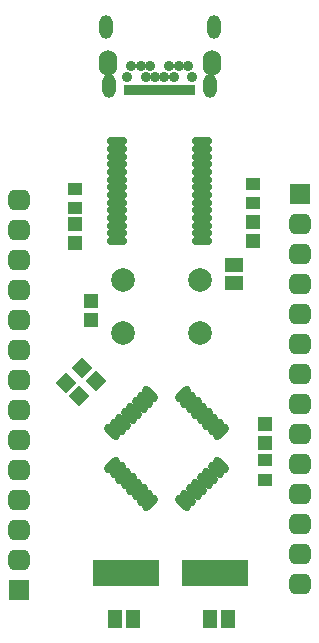
<source format=gts>
G04*
G04 #@! TF.GenerationSoftware,Altium Limited,Altium Designer,20.0.13 (296)*
G04*
G04 Layer_Color=8388736*
%FSLAX44Y44*%
%MOMM*%
G71*
G01*
G75*
%ADD24R,1.5032X1.2032*%
%ADD25R,1.2032X1.2032*%
%ADD26O,1.7532X0.7032*%
%ADD27R,5.7032X2.2032*%
G04:AMPARAMS|DCode=28|XSize=0.7532mm|YSize=1.6532mm|CornerRadius=0mm|HoleSize=0mm|Usage=FLASHONLY|Rotation=45.000|XOffset=0mm|YOffset=0mm|HoleType=Round|Shape=Round|*
%AMOVALD28*
21,1,0.9000,0.7532,0.0000,0.0000,135.0*
1,1,0.7532,0.3182,-0.3182*
1,1,0.7532,-0.3182,0.3182*
%
%ADD28OVALD28*%

G04:AMPARAMS|DCode=29|XSize=0.7532mm|YSize=1.6532mm|CornerRadius=0mm|HoleSize=0mm|Usage=FLASHONLY|Rotation=135.000|XOffset=0mm|YOffset=0mm|HoleType=Round|Shape=Round|*
%AMOVALD29*
21,1,0.9000,0.7532,0.0000,0.0000,225.0*
1,1,0.7532,0.3182,0.3182*
1,1,0.7532,-0.3182,-0.3182*
%
%ADD29OVALD29*%

%ADD30P,1.7016X4X90.0*%
%ADD31R,0.5332X0.9332*%
%ADD32R,1.2032X1.1032*%
%ADD33R,1.2032X1.5032*%
%ADD34C,2.0032*%
%ADD35R,1.7032X1.7032*%
G04:AMPARAMS|DCode=36|XSize=1.8032mm|YSize=1.7032mm|CornerRadius=0.4766mm|HoleSize=0mm|Usage=FLASHONLY|Rotation=180.000|XOffset=0mm|YOffset=0mm|HoleType=Round|Shape=RoundedRectangle|*
%AMROUNDEDRECTD36*
21,1,1.8032,0.7500,0,0,180.0*
21,1,0.8500,1.7032,0,0,180.0*
1,1,0.9532,-0.4250,0.3750*
1,1,0.9532,0.4250,0.3750*
1,1,0.9532,0.4250,-0.3750*
1,1,0.9532,-0.4250,-0.3750*
%
%ADD36ROUNDEDRECTD36*%
%ADD37O,1.5332X2.1832*%
%ADD38C,0.8832*%
%ADD39O,1.1532X2.0032*%
D24*
X205000Y318500D02*
D03*
Y303500D02*
D03*
D25*
X221000Y339000D02*
D03*
Y355000D02*
D03*
X70000Y337000D02*
D03*
Y353000D02*
D03*
X84000Y272000D02*
D03*
Y288000D02*
D03*
X231000Y168000D02*
D03*
Y184000D02*
D03*
D26*
X106250Y423250D02*
D03*
Y416750D02*
D03*
Y410250D02*
D03*
Y403750D02*
D03*
Y397250D02*
D03*
Y390750D02*
D03*
Y384250D02*
D03*
Y377750D02*
D03*
Y371250D02*
D03*
Y364750D02*
D03*
Y358250D02*
D03*
Y351750D02*
D03*
Y345250D02*
D03*
Y338750D02*
D03*
X177750Y423250D02*
D03*
Y416750D02*
D03*
Y410250D02*
D03*
Y403750D02*
D03*
Y397250D02*
D03*
Y390750D02*
D03*
Y384250D02*
D03*
Y377750D02*
D03*
Y371250D02*
D03*
Y364750D02*
D03*
Y358250D02*
D03*
Y351750D02*
D03*
Y345250D02*
D03*
Y338750D02*
D03*
D27*
X188500Y58000D02*
D03*
X113500D02*
D03*
D28*
X102038Y176789D02*
D03*
X106634Y181385D02*
D03*
X111230Y185981D02*
D03*
X115827Y190577D02*
D03*
X120423Y195173D02*
D03*
X125019Y199770D02*
D03*
X129615Y204366D02*
D03*
X134211Y208962D02*
D03*
X193962Y149211D02*
D03*
X189366Y144615D02*
D03*
X184769Y140019D02*
D03*
X180173Y135423D02*
D03*
X175577Y130827D02*
D03*
X170981Y126230D02*
D03*
X166385Y121634D02*
D03*
X161789Y117038D02*
D03*
D29*
Y208962D02*
D03*
X166385Y204366D02*
D03*
X170981Y199770D02*
D03*
X175577Y195173D02*
D03*
X180173Y190577D02*
D03*
X184769Y185981D02*
D03*
X189366Y181385D02*
D03*
X193962Y176789D02*
D03*
X134211Y117038D02*
D03*
X129615Y121634D02*
D03*
X125019Y126230D02*
D03*
X120423Y130827D02*
D03*
X115827Y135423D02*
D03*
X111230Y140019D02*
D03*
X106634Y144615D02*
D03*
X102038Y149211D02*
D03*
D30*
X62343Y218657D02*
D03*
X73657Y207343D02*
D03*
X76343Y231657D02*
D03*
X87657Y220343D02*
D03*
D31*
X149500Y466900D02*
D03*
X154500D02*
D03*
X159500D02*
D03*
X164500D02*
D03*
X169500D02*
D03*
X144500D02*
D03*
X139500D02*
D03*
X134500D02*
D03*
X129500D02*
D03*
X124500D02*
D03*
X119500D02*
D03*
X114500D02*
D03*
D32*
X231000Y136750D02*
D03*
Y153250D02*
D03*
X70000Y383250D02*
D03*
Y366750D02*
D03*
X221000Y387250D02*
D03*
Y370750D02*
D03*
D33*
X184500Y19000D02*
D03*
X199500D02*
D03*
X119500D02*
D03*
X104500D02*
D03*
D34*
X111000Y261000D02*
D03*
X176000D02*
D03*
Y306000D02*
D03*
X111000D02*
D03*
D35*
X261000Y379000D02*
D03*
X23000Y43600D02*
D03*
D36*
X261000Y353600D02*
D03*
Y328200D02*
D03*
Y302800D02*
D03*
Y277400D02*
D03*
Y252000D02*
D03*
Y226600D02*
D03*
Y201200D02*
D03*
Y175800D02*
D03*
Y150400D02*
D03*
Y125000D02*
D03*
Y99600D02*
D03*
Y74200D02*
D03*
Y48800D02*
D03*
X23000Y69000D02*
D03*
Y94400D02*
D03*
Y119800D02*
D03*
Y145200D02*
D03*
Y170600D02*
D03*
Y196000D02*
D03*
Y221400D02*
D03*
Y246800D02*
D03*
Y272200D02*
D03*
Y297600D02*
D03*
Y323000D02*
D03*
Y348400D02*
D03*
Y373800D02*
D03*
D37*
X98100Y489500D02*
D03*
X185900D02*
D03*
D38*
X158000Y487000D02*
D03*
X150000D02*
D03*
X169500Y478000D02*
D03*
X166000Y487000D02*
D03*
X154000Y478000D02*
D03*
X146000D02*
D03*
X138000D02*
D03*
X130000D02*
D03*
X134000Y487000D02*
D03*
X126000D02*
D03*
X118000D02*
D03*
X114500Y478000D02*
D03*
D39*
X184950Y469700D02*
D03*
X99050D02*
D03*
X187750Y520000D02*
D03*
X96250D02*
D03*
M02*

</source>
